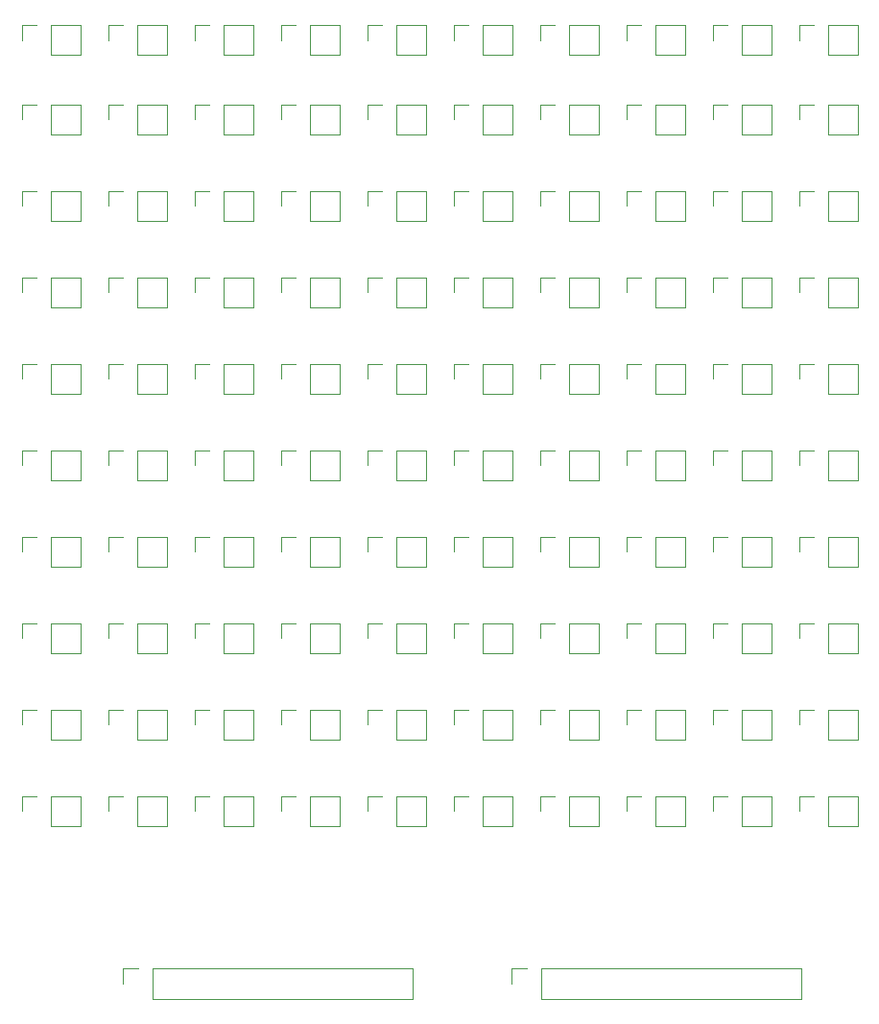
<source format=gbr>
%TF.GenerationSoftware,KiCad,Pcbnew,6.0.11+dfsg-1*%
%TF.CreationDate,2025-10-30T18:07:19+01:00*%
%TF.ProjectId,matrice,6d617472-6963-4652-9e6b-696361645f70,rev?*%
%TF.SameCoordinates,Original*%
%TF.FileFunction,Legend,Top*%
%TF.FilePolarity,Positive*%
%FSLAX46Y46*%
G04 Gerber Fmt 4.6, Leading zero omitted, Abs format (unit mm)*
G04 Created by KiCad (PCBNEW 6.0.11+dfsg-1) date 2025-10-30 18:07:19*
%MOMM*%
%LPD*%
G01*
G04 APERTURE LIST*
%ADD10C,0.120000*%
G04 APERTURE END LIST*
D10*
%TO.C,REF\u002A\u002A*%
X138370000Y-60960000D02*
X138370000Y-59630000D01*
X138370000Y-59630000D02*
X139700000Y-59630000D01*
X143570000Y-62290000D02*
X143570000Y-59630000D01*
X140970000Y-62290000D02*
X140970000Y-59630000D01*
X140970000Y-62290000D02*
X143570000Y-62290000D01*
X140970000Y-59630000D02*
X143570000Y-59630000D01*
X161210000Y-53950000D02*
X161210000Y-52620000D01*
X161210000Y-52620000D02*
X162540000Y-52620000D01*
X166410000Y-55280000D02*
X166410000Y-52620000D01*
X163810000Y-55280000D02*
X163810000Y-52620000D01*
X163810000Y-55280000D02*
X166410000Y-55280000D01*
X163810000Y-52620000D02*
X166410000Y-52620000D01*
X107890000Y-68580000D02*
X107890000Y-67250000D01*
X107890000Y-67250000D02*
X109220000Y-67250000D01*
X113090000Y-69910000D02*
X113090000Y-67250000D01*
X110490000Y-69910000D02*
X110490000Y-67250000D01*
X110490000Y-69910000D02*
X113090000Y-69910000D01*
X110490000Y-67250000D02*
X113090000Y-67250000D01*
X145990000Y-60960000D02*
X145990000Y-59630000D01*
X145990000Y-59630000D02*
X147320000Y-59630000D01*
X151190000Y-62290000D02*
X151190000Y-59630000D01*
X148590000Y-62290000D02*
X148590000Y-59630000D01*
X148590000Y-62290000D02*
X151190000Y-62290000D01*
X148590000Y-59630000D02*
X151190000Y-59630000D01*
X100250000Y-99060000D02*
X100250000Y-97730000D01*
X100250000Y-97730000D02*
X101580000Y-97730000D01*
X105450000Y-100390000D02*
X105450000Y-97730000D01*
X102850000Y-100390000D02*
X102850000Y-97730000D01*
X102850000Y-100390000D02*
X105450000Y-100390000D01*
X102850000Y-97730000D02*
X105450000Y-97730000D01*
X138370000Y-53950000D02*
X138370000Y-52620000D01*
X138370000Y-52620000D02*
X139700000Y-52620000D01*
X143570000Y-55280000D02*
X143570000Y-52620000D01*
X140970000Y-55280000D02*
X140970000Y-52620000D01*
X140970000Y-55280000D02*
X143570000Y-55280000D01*
X140970000Y-52620000D02*
X143570000Y-52620000D01*
X168830000Y-99060000D02*
X168830000Y-97730000D01*
X168830000Y-97730000D02*
X170160000Y-97730000D01*
X174030000Y-100390000D02*
X174030000Y-97730000D01*
X171430000Y-100390000D02*
X171430000Y-97730000D01*
X171430000Y-100390000D02*
X174030000Y-100390000D01*
X171430000Y-97730000D02*
X174030000Y-97730000D01*
X168830000Y-60960000D02*
X168830000Y-59630000D01*
X168830000Y-59630000D02*
X170160000Y-59630000D01*
X174030000Y-62290000D02*
X174030000Y-59630000D01*
X171430000Y-62290000D02*
X171430000Y-59630000D01*
X171430000Y-62290000D02*
X174030000Y-62290000D01*
X171430000Y-59630000D02*
X174030000Y-59630000D01*
X123130000Y-68580000D02*
X123130000Y-67250000D01*
X123130000Y-67250000D02*
X124460000Y-67250000D01*
X128330000Y-69910000D02*
X128330000Y-67250000D01*
X125730000Y-69910000D02*
X125730000Y-67250000D01*
X125730000Y-69910000D02*
X128330000Y-69910000D01*
X125730000Y-67250000D02*
X128330000Y-67250000D01*
X138370000Y-68580000D02*
X138370000Y-67250000D01*
X138370000Y-67250000D02*
X139700000Y-67250000D01*
X143570000Y-69910000D02*
X143570000Y-67250000D01*
X140970000Y-69910000D02*
X140970000Y-67250000D01*
X140970000Y-69910000D02*
X143570000Y-69910000D01*
X140970000Y-67250000D02*
X143570000Y-67250000D01*
X107890000Y-83820000D02*
X107890000Y-82490000D01*
X107890000Y-82490000D02*
X109220000Y-82490000D01*
X113090000Y-85150000D02*
X113090000Y-82490000D01*
X110490000Y-85150000D02*
X110490000Y-82490000D01*
X110490000Y-85150000D02*
X113090000Y-85150000D01*
X110490000Y-82490000D02*
X113090000Y-82490000D01*
X153590000Y-60960000D02*
X153590000Y-59630000D01*
X153590000Y-59630000D02*
X154920000Y-59630000D01*
X158790000Y-62290000D02*
X158790000Y-59630000D01*
X156190000Y-62290000D02*
X156190000Y-59630000D01*
X156190000Y-62290000D02*
X158790000Y-62290000D01*
X156190000Y-59630000D02*
X158790000Y-59630000D01*
X107890000Y-99060000D02*
X107890000Y-97730000D01*
X107890000Y-97730000D02*
X109220000Y-97730000D01*
X113090000Y-100390000D02*
X113090000Y-97730000D01*
X110490000Y-100390000D02*
X110490000Y-97730000D01*
X110490000Y-100390000D02*
X113090000Y-100390000D01*
X110490000Y-97730000D02*
X113090000Y-97730000D01*
X145990000Y-76200000D02*
X145990000Y-74870000D01*
X145990000Y-74870000D02*
X147320000Y-74870000D01*
X151190000Y-77530000D02*
X151190000Y-74870000D01*
X148590000Y-77530000D02*
X148590000Y-74870000D01*
X148590000Y-77530000D02*
X151190000Y-77530000D01*
X148590000Y-74870000D02*
X151190000Y-74870000D01*
X107890000Y-91440000D02*
X107890000Y-90110000D01*
X107890000Y-90110000D02*
X109220000Y-90110000D01*
X113090000Y-92770000D02*
X113090000Y-90110000D01*
X110490000Y-92770000D02*
X110490000Y-90110000D01*
X110490000Y-92770000D02*
X113090000Y-92770000D01*
X110490000Y-90110000D02*
X113090000Y-90110000D01*
X138370000Y-91440000D02*
X138370000Y-90110000D01*
X138370000Y-90110000D02*
X139700000Y-90110000D01*
X143570000Y-92770000D02*
X143570000Y-90110000D01*
X140970000Y-92770000D02*
X140970000Y-90110000D01*
X140970000Y-92770000D02*
X143570000Y-92770000D01*
X140970000Y-90110000D02*
X143570000Y-90110000D01*
X107890000Y-114300000D02*
X107890000Y-112970000D01*
X107890000Y-112970000D02*
X109220000Y-112970000D01*
X113090000Y-115630000D02*
X113090000Y-112970000D01*
X110490000Y-115630000D02*
X110490000Y-112970000D01*
X110490000Y-115630000D02*
X113090000Y-115630000D01*
X110490000Y-112970000D02*
X113090000Y-112970000D01*
X153590000Y-114300000D02*
X153590000Y-112970000D01*
X153590000Y-112970000D02*
X154920000Y-112970000D01*
X158790000Y-115630000D02*
X158790000Y-112970000D01*
X156190000Y-115630000D02*
X156190000Y-112970000D01*
X156190000Y-115630000D02*
X158790000Y-115630000D01*
X156190000Y-112970000D02*
X158790000Y-112970000D01*
X100250000Y-53950000D02*
X100250000Y-52620000D01*
X100250000Y-52620000D02*
X101580000Y-52620000D01*
X105450000Y-55280000D02*
X105450000Y-52620000D01*
X102850000Y-55280000D02*
X102850000Y-52620000D01*
X102850000Y-55280000D02*
X105450000Y-55280000D01*
X102850000Y-52620000D02*
X105450000Y-52620000D01*
X115490000Y-68580000D02*
X115490000Y-67250000D01*
X115490000Y-67250000D02*
X116820000Y-67250000D01*
X120690000Y-69910000D02*
X120690000Y-67250000D01*
X118090000Y-69910000D02*
X118090000Y-67250000D01*
X118090000Y-69910000D02*
X120690000Y-69910000D01*
X118090000Y-67250000D02*
X120690000Y-67250000D01*
X168830000Y-76200000D02*
X168830000Y-74870000D01*
X168830000Y-74870000D02*
X170160000Y-74870000D01*
X174030000Y-77530000D02*
X174030000Y-74870000D01*
X171430000Y-77530000D02*
X171430000Y-74870000D01*
X171430000Y-77530000D02*
X174030000Y-77530000D01*
X171430000Y-74870000D02*
X174030000Y-74870000D01*
X115490000Y-76200000D02*
X115490000Y-74870000D01*
X115490000Y-74870000D02*
X116820000Y-74870000D01*
X120690000Y-77530000D02*
X120690000Y-74870000D01*
X118090000Y-77530000D02*
X118090000Y-74870000D01*
X118090000Y-77530000D02*
X120690000Y-77530000D01*
X118090000Y-74870000D02*
X120690000Y-74870000D01*
X115490000Y-121920000D02*
X115490000Y-120590000D01*
X115490000Y-120590000D02*
X116820000Y-120590000D01*
X120690000Y-123250000D02*
X120690000Y-120590000D01*
X118090000Y-123250000D02*
X118090000Y-120590000D01*
X118090000Y-123250000D02*
X120690000Y-123250000D01*
X118090000Y-120590000D02*
X120690000Y-120590000D01*
X107890000Y-106680000D02*
X107890000Y-105350000D01*
X107890000Y-105350000D02*
X109220000Y-105350000D01*
X113090000Y-108010000D02*
X113090000Y-105350000D01*
X110490000Y-108010000D02*
X110490000Y-105350000D01*
X110490000Y-108010000D02*
X113090000Y-108010000D01*
X110490000Y-105350000D02*
X113090000Y-105350000D01*
X130730000Y-121920000D02*
X130730000Y-120590000D01*
X130730000Y-120590000D02*
X132060000Y-120590000D01*
X135930000Y-123250000D02*
X135930000Y-120590000D01*
X133330000Y-123250000D02*
X133330000Y-120590000D01*
X133330000Y-123250000D02*
X135930000Y-123250000D01*
X133330000Y-120590000D02*
X135930000Y-120590000D01*
X145990000Y-114300000D02*
X145990000Y-112970000D01*
X145990000Y-112970000D02*
X147320000Y-112970000D01*
X151190000Y-115630000D02*
X151190000Y-112970000D01*
X148590000Y-115630000D02*
X148590000Y-112970000D01*
X148590000Y-115630000D02*
X151190000Y-115630000D01*
X148590000Y-112970000D02*
X151190000Y-112970000D01*
X153590000Y-121920000D02*
X153590000Y-120590000D01*
X153590000Y-120590000D02*
X154920000Y-120590000D01*
X158790000Y-123250000D02*
X158790000Y-120590000D01*
X156190000Y-123250000D02*
X156190000Y-120590000D01*
X156190000Y-123250000D02*
X158790000Y-123250000D01*
X156190000Y-120590000D02*
X158790000Y-120590000D01*
X138370000Y-99060000D02*
X138370000Y-97730000D01*
X138370000Y-97730000D02*
X139700000Y-97730000D01*
X143570000Y-100390000D02*
X143570000Y-97730000D01*
X140970000Y-100390000D02*
X140970000Y-97730000D01*
X140970000Y-100390000D02*
X143570000Y-100390000D01*
X140970000Y-97730000D02*
X143570000Y-97730000D01*
X153590000Y-53950000D02*
X153590000Y-52620000D01*
X153590000Y-52620000D02*
X154920000Y-52620000D01*
X158790000Y-55280000D02*
X158790000Y-52620000D01*
X156190000Y-55280000D02*
X156190000Y-52620000D01*
X156190000Y-55280000D02*
X158790000Y-55280000D01*
X156190000Y-52620000D02*
X158790000Y-52620000D01*
X145990000Y-83820000D02*
X145990000Y-82490000D01*
X145990000Y-82490000D02*
X147320000Y-82490000D01*
X151190000Y-85150000D02*
X151190000Y-82490000D01*
X148590000Y-85150000D02*
X148590000Y-82490000D01*
X148590000Y-85150000D02*
X151190000Y-85150000D01*
X148590000Y-82490000D02*
X151190000Y-82490000D01*
X168830000Y-114300000D02*
X168830000Y-112970000D01*
X168830000Y-112970000D02*
X170160000Y-112970000D01*
X174030000Y-115630000D02*
X174030000Y-112970000D01*
X171430000Y-115630000D02*
X171430000Y-112970000D01*
X171430000Y-115630000D02*
X174030000Y-115630000D01*
X171430000Y-112970000D02*
X174030000Y-112970000D01*
X138370000Y-83820000D02*
X138370000Y-82490000D01*
X138370000Y-82490000D02*
X139700000Y-82490000D01*
X143570000Y-85150000D02*
X143570000Y-82490000D01*
X140970000Y-85150000D02*
X140970000Y-82490000D01*
X140970000Y-85150000D02*
X143570000Y-85150000D01*
X140970000Y-82490000D02*
X143570000Y-82490000D01*
X130730000Y-68580000D02*
X130730000Y-67250000D01*
X130730000Y-67250000D02*
X132060000Y-67250000D01*
X135930000Y-69910000D02*
X135930000Y-67250000D01*
X133330000Y-69910000D02*
X133330000Y-67250000D01*
X133330000Y-69910000D02*
X135930000Y-69910000D01*
X133330000Y-67250000D02*
X135930000Y-67250000D01*
X145990000Y-121920000D02*
X145990000Y-120590000D01*
X145990000Y-120590000D02*
X147320000Y-120590000D01*
X151190000Y-123250000D02*
X151190000Y-120590000D01*
X148590000Y-123250000D02*
X148590000Y-120590000D01*
X148590000Y-123250000D02*
X151190000Y-123250000D01*
X148590000Y-120590000D02*
X151190000Y-120590000D01*
X100250000Y-83820000D02*
X100250000Y-82490000D01*
X100250000Y-82490000D02*
X101580000Y-82490000D01*
X105450000Y-85150000D02*
X105450000Y-82490000D01*
X102850000Y-85150000D02*
X102850000Y-82490000D01*
X102850000Y-85150000D02*
X105450000Y-85150000D01*
X102850000Y-82490000D02*
X105450000Y-82490000D01*
X145990000Y-53950000D02*
X145990000Y-52620000D01*
X145990000Y-52620000D02*
X147320000Y-52620000D01*
X151190000Y-55280000D02*
X151190000Y-52620000D01*
X148590000Y-55280000D02*
X148590000Y-52620000D01*
X148590000Y-55280000D02*
X151190000Y-55280000D01*
X148590000Y-52620000D02*
X151190000Y-52620000D01*
X168830000Y-106680000D02*
X168830000Y-105350000D01*
X168830000Y-105350000D02*
X170160000Y-105350000D01*
X174030000Y-108010000D02*
X174030000Y-105350000D01*
X171430000Y-108010000D02*
X171430000Y-105350000D01*
X171430000Y-108010000D02*
X174030000Y-108010000D01*
X171430000Y-105350000D02*
X174030000Y-105350000D01*
X168830000Y-68580000D02*
X168830000Y-67250000D01*
X168830000Y-67250000D02*
X170160000Y-67250000D01*
X174030000Y-69910000D02*
X174030000Y-67250000D01*
X171430000Y-69910000D02*
X171430000Y-67250000D01*
X171430000Y-69910000D02*
X174030000Y-69910000D01*
X171430000Y-67250000D02*
X174030000Y-67250000D01*
X130730000Y-91440000D02*
X130730000Y-90110000D01*
X130730000Y-90110000D02*
X132060000Y-90110000D01*
X135930000Y-92770000D02*
X135930000Y-90110000D01*
X133330000Y-92770000D02*
X133330000Y-90110000D01*
X133330000Y-92770000D02*
X135930000Y-92770000D01*
X133330000Y-90110000D02*
X135930000Y-90110000D01*
X138370000Y-106680000D02*
X138370000Y-105350000D01*
X138370000Y-105350000D02*
X139700000Y-105350000D01*
X143570000Y-108010000D02*
X143570000Y-105350000D01*
X140970000Y-108010000D02*
X140970000Y-105350000D01*
X140970000Y-108010000D02*
X143570000Y-108010000D01*
X140970000Y-105350000D02*
X143570000Y-105350000D01*
X123130000Y-121920000D02*
X123130000Y-120590000D01*
X123130000Y-120590000D02*
X124460000Y-120590000D01*
X128330000Y-123250000D02*
X128330000Y-120590000D01*
X125730000Y-123250000D02*
X125730000Y-120590000D01*
X125730000Y-123250000D02*
X128330000Y-123250000D01*
X125730000Y-120590000D02*
X128330000Y-120590000D01*
X161210000Y-60960000D02*
X161210000Y-59630000D01*
X161210000Y-59630000D02*
X162540000Y-59630000D01*
X166410000Y-62290000D02*
X166410000Y-59630000D01*
X163810000Y-62290000D02*
X163810000Y-59630000D01*
X163810000Y-62290000D02*
X166410000Y-62290000D01*
X163810000Y-59630000D02*
X166410000Y-59630000D01*
X161210000Y-76200000D02*
X161210000Y-74870000D01*
X161210000Y-74870000D02*
X162540000Y-74870000D01*
X166410000Y-77530000D02*
X166410000Y-74870000D01*
X163810000Y-77530000D02*
X163810000Y-74870000D01*
X163810000Y-77530000D02*
X166410000Y-77530000D01*
X163810000Y-74870000D02*
X166410000Y-74870000D01*
X168830000Y-91440000D02*
X168830000Y-90110000D01*
X168830000Y-90110000D02*
X170160000Y-90110000D01*
X174030000Y-92770000D02*
X174030000Y-90110000D01*
X171430000Y-92770000D02*
X171430000Y-90110000D01*
X171430000Y-92770000D02*
X174030000Y-92770000D01*
X171430000Y-90110000D02*
X174030000Y-90110000D01*
X107890000Y-121920000D02*
X107890000Y-120590000D01*
X107890000Y-120590000D02*
X109220000Y-120590000D01*
X113090000Y-123250000D02*
X113090000Y-120590000D01*
X110490000Y-123250000D02*
X110490000Y-120590000D01*
X110490000Y-123250000D02*
X113090000Y-123250000D01*
X110490000Y-120590000D02*
X113090000Y-120590000D01*
X153590000Y-83820000D02*
X153590000Y-82490000D01*
X153590000Y-82490000D02*
X154920000Y-82490000D01*
X158790000Y-85150000D02*
X158790000Y-82490000D01*
X156190000Y-85150000D02*
X156190000Y-82490000D01*
X156190000Y-85150000D02*
X158790000Y-85150000D01*
X156190000Y-82490000D02*
X158790000Y-82490000D01*
X168830000Y-83820000D02*
X168830000Y-82490000D01*
X168830000Y-82490000D02*
X170160000Y-82490000D01*
X174030000Y-85150000D02*
X174030000Y-82490000D01*
X171430000Y-85150000D02*
X171430000Y-82490000D01*
X171430000Y-85150000D02*
X174030000Y-85150000D01*
X171430000Y-82490000D02*
X174030000Y-82490000D01*
X161210000Y-91440000D02*
X161210000Y-90110000D01*
X161210000Y-90110000D02*
X162540000Y-90110000D01*
X166410000Y-92770000D02*
X166410000Y-90110000D01*
X163810000Y-92770000D02*
X163810000Y-90110000D01*
X163810000Y-92770000D02*
X166410000Y-92770000D01*
X163810000Y-90110000D02*
X166410000Y-90110000D01*
X130730000Y-53950000D02*
X130730000Y-52620000D01*
X130730000Y-52620000D02*
X132060000Y-52620000D01*
X135930000Y-55280000D02*
X135930000Y-52620000D01*
X133330000Y-55280000D02*
X133330000Y-52620000D01*
X133330000Y-55280000D02*
X135930000Y-55280000D01*
X133330000Y-52620000D02*
X135930000Y-52620000D01*
X115490000Y-91440000D02*
X115490000Y-90110000D01*
X115490000Y-90110000D02*
X116820000Y-90110000D01*
X120690000Y-92770000D02*
X120690000Y-90110000D01*
X118090000Y-92770000D02*
X118090000Y-90110000D01*
X118090000Y-92770000D02*
X120690000Y-92770000D01*
X118090000Y-90110000D02*
X120690000Y-90110000D01*
X123130000Y-83820000D02*
X123130000Y-82490000D01*
X123130000Y-82490000D02*
X124460000Y-82490000D01*
X128330000Y-85150000D02*
X128330000Y-82490000D01*
X125730000Y-85150000D02*
X125730000Y-82490000D01*
X125730000Y-85150000D02*
X128330000Y-85150000D01*
X125730000Y-82490000D02*
X128330000Y-82490000D01*
X100250000Y-114300000D02*
X100250000Y-112970000D01*
X100250000Y-112970000D02*
X101580000Y-112970000D01*
X105450000Y-115630000D02*
X105450000Y-112970000D01*
X102850000Y-115630000D02*
X102850000Y-112970000D01*
X102850000Y-115630000D02*
X105450000Y-115630000D01*
X102850000Y-112970000D02*
X105450000Y-112970000D01*
X107890000Y-60960000D02*
X107890000Y-59630000D01*
X107890000Y-59630000D02*
X109220000Y-59630000D01*
X113090000Y-62290000D02*
X113090000Y-59630000D01*
X110490000Y-62290000D02*
X110490000Y-59630000D01*
X110490000Y-62290000D02*
X113090000Y-62290000D01*
X110490000Y-59630000D02*
X113090000Y-59630000D01*
X153590000Y-106680000D02*
X153590000Y-105350000D01*
X153590000Y-105350000D02*
X154920000Y-105350000D01*
X158790000Y-108010000D02*
X158790000Y-105350000D01*
X156190000Y-108010000D02*
X156190000Y-105350000D01*
X156190000Y-108010000D02*
X158790000Y-108010000D01*
X156190000Y-105350000D02*
X158790000Y-105350000D01*
X145990000Y-91440000D02*
X145990000Y-90110000D01*
X145990000Y-90110000D02*
X147320000Y-90110000D01*
X151190000Y-92770000D02*
X151190000Y-90110000D01*
X148590000Y-92770000D02*
X148590000Y-90110000D01*
X148590000Y-92770000D02*
X151190000Y-92770000D01*
X148590000Y-90110000D02*
X151190000Y-90110000D01*
X146080000Y-138465000D02*
X169000000Y-138465000D01*
X143480000Y-135805000D02*
X144810000Y-135805000D01*
X143480000Y-137135000D02*
X143480000Y-135805000D01*
X146080000Y-138465000D02*
X146080000Y-135805000D01*
X169000000Y-138465000D02*
X169000000Y-135805000D01*
X146080000Y-135805000D02*
X169000000Y-135805000D01*
X145990000Y-68580000D02*
X145990000Y-67250000D01*
X145990000Y-67250000D02*
X147320000Y-67250000D01*
X151190000Y-69910000D02*
X151190000Y-67250000D01*
X148590000Y-69910000D02*
X148590000Y-67250000D01*
X148590000Y-69910000D02*
X151190000Y-69910000D01*
X148590000Y-67250000D02*
X151190000Y-67250000D01*
X100250000Y-68580000D02*
X100250000Y-67250000D01*
X100250000Y-67250000D02*
X101580000Y-67250000D01*
X105450000Y-69910000D02*
X105450000Y-67250000D01*
X102850000Y-69910000D02*
X102850000Y-67250000D01*
X102850000Y-69910000D02*
X105450000Y-69910000D01*
X102850000Y-67250000D02*
X105450000Y-67250000D01*
X145990000Y-99060000D02*
X145990000Y-97730000D01*
X145990000Y-97730000D02*
X147320000Y-97730000D01*
X151190000Y-100390000D02*
X151190000Y-97730000D01*
X148590000Y-100390000D02*
X148590000Y-97730000D01*
X148590000Y-100390000D02*
X151190000Y-100390000D01*
X148590000Y-97730000D02*
X151190000Y-97730000D01*
X123130000Y-53950000D02*
X123130000Y-52620000D01*
X123130000Y-52620000D02*
X124460000Y-52620000D01*
X128330000Y-55280000D02*
X128330000Y-52620000D01*
X125730000Y-55280000D02*
X125730000Y-52620000D01*
X125730000Y-55280000D02*
X128330000Y-55280000D01*
X125730000Y-52620000D02*
X128330000Y-52620000D01*
X153590000Y-76200000D02*
X153590000Y-74870000D01*
X153590000Y-74870000D02*
X154920000Y-74870000D01*
X158790000Y-77530000D02*
X158790000Y-74870000D01*
X156190000Y-77530000D02*
X156190000Y-74870000D01*
X156190000Y-77530000D02*
X158790000Y-77530000D01*
X156190000Y-74870000D02*
X158790000Y-74870000D01*
X123130000Y-106680000D02*
X123130000Y-105350000D01*
X123130000Y-105350000D02*
X124460000Y-105350000D01*
X128330000Y-108010000D02*
X128330000Y-105350000D01*
X125730000Y-108010000D02*
X125730000Y-105350000D01*
X125730000Y-108010000D02*
X128330000Y-108010000D01*
X125730000Y-105350000D02*
X128330000Y-105350000D01*
X153590000Y-91440000D02*
X153590000Y-90110000D01*
X153590000Y-90110000D02*
X154920000Y-90110000D01*
X158790000Y-92770000D02*
X158790000Y-90110000D01*
X156190000Y-92770000D02*
X156190000Y-90110000D01*
X156190000Y-92770000D02*
X158790000Y-92770000D01*
X156190000Y-90110000D02*
X158790000Y-90110000D01*
X161210000Y-121920000D02*
X161210000Y-120590000D01*
X161210000Y-120590000D02*
X162540000Y-120590000D01*
X166410000Y-123250000D02*
X166410000Y-120590000D01*
X163810000Y-123250000D02*
X163810000Y-120590000D01*
X163810000Y-123250000D02*
X166410000Y-123250000D01*
X163810000Y-120590000D02*
X166410000Y-120590000D01*
X115490000Y-60960000D02*
X115490000Y-59630000D01*
X115490000Y-59630000D02*
X116820000Y-59630000D01*
X120690000Y-62290000D02*
X120690000Y-59630000D01*
X118090000Y-62290000D02*
X118090000Y-59630000D01*
X118090000Y-62290000D02*
X120690000Y-62290000D01*
X118090000Y-59630000D02*
X120690000Y-59630000D01*
X123130000Y-91440000D02*
X123130000Y-90110000D01*
X123130000Y-90110000D02*
X124460000Y-90110000D01*
X128330000Y-92770000D02*
X128330000Y-90110000D01*
X125730000Y-92770000D02*
X125730000Y-90110000D01*
X125730000Y-92770000D02*
X128330000Y-92770000D01*
X125730000Y-90110000D02*
X128330000Y-90110000D01*
X161210000Y-99060000D02*
X161210000Y-97730000D01*
X161210000Y-97730000D02*
X162540000Y-97730000D01*
X166410000Y-100390000D02*
X166410000Y-97730000D01*
X163810000Y-100390000D02*
X163810000Y-97730000D01*
X163810000Y-100390000D02*
X166410000Y-100390000D01*
X163810000Y-97730000D02*
X166410000Y-97730000D01*
X123130000Y-60960000D02*
X123130000Y-59630000D01*
X123130000Y-59630000D02*
X124460000Y-59630000D01*
X128330000Y-62290000D02*
X128330000Y-59630000D01*
X125730000Y-62290000D02*
X125730000Y-59630000D01*
X125730000Y-62290000D02*
X128330000Y-62290000D01*
X125730000Y-59630000D02*
X128330000Y-59630000D01*
X161210000Y-114300000D02*
X161210000Y-112970000D01*
X161210000Y-112970000D02*
X162540000Y-112970000D01*
X166410000Y-115630000D02*
X166410000Y-112970000D01*
X163810000Y-115630000D02*
X163810000Y-112970000D01*
X163810000Y-115630000D02*
X166410000Y-115630000D01*
X163810000Y-112970000D02*
X166410000Y-112970000D01*
X130730000Y-106680000D02*
X130730000Y-105350000D01*
X130730000Y-105350000D02*
X132060000Y-105350000D01*
X135930000Y-108010000D02*
X135930000Y-105350000D01*
X133330000Y-108010000D02*
X133330000Y-105350000D01*
X133330000Y-108010000D02*
X135930000Y-108010000D01*
X133330000Y-105350000D02*
X135930000Y-105350000D01*
X168830000Y-53950000D02*
X168830000Y-52620000D01*
X168830000Y-52620000D02*
X170160000Y-52620000D01*
X174030000Y-55280000D02*
X174030000Y-52620000D01*
X171430000Y-55280000D02*
X171430000Y-52620000D01*
X171430000Y-55280000D02*
X174030000Y-55280000D01*
X171430000Y-52620000D02*
X174030000Y-52620000D01*
X100250000Y-106680000D02*
X100250000Y-105350000D01*
X100250000Y-105350000D02*
X101580000Y-105350000D01*
X105450000Y-108010000D02*
X105450000Y-105350000D01*
X102850000Y-108010000D02*
X102850000Y-105350000D01*
X102850000Y-108010000D02*
X105450000Y-108010000D01*
X102850000Y-105350000D02*
X105450000Y-105350000D01*
X130730000Y-83820000D02*
X130730000Y-82490000D01*
X130730000Y-82490000D02*
X132060000Y-82490000D01*
X135930000Y-85150000D02*
X135930000Y-82490000D01*
X133330000Y-85150000D02*
X133330000Y-82490000D01*
X133330000Y-85150000D02*
X135930000Y-85150000D01*
X133330000Y-82490000D02*
X135930000Y-82490000D01*
X130730000Y-60960000D02*
X130730000Y-59630000D01*
X130730000Y-59630000D02*
X132060000Y-59630000D01*
X135930000Y-62290000D02*
X135930000Y-59630000D01*
X133330000Y-62290000D02*
X133330000Y-59630000D01*
X133330000Y-62290000D02*
X135930000Y-62290000D01*
X133330000Y-59630000D02*
X135930000Y-59630000D01*
X115490000Y-106680000D02*
X115490000Y-105350000D01*
X115490000Y-105350000D02*
X116820000Y-105350000D01*
X120690000Y-108010000D02*
X120690000Y-105350000D01*
X118090000Y-108010000D02*
X118090000Y-105350000D01*
X118090000Y-108010000D02*
X120690000Y-108010000D01*
X118090000Y-105350000D02*
X120690000Y-105350000D01*
X168830000Y-121920000D02*
X168830000Y-120590000D01*
X168830000Y-120590000D02*
X170160000Y-120590000D01*
X174030000Y-123250000D02*
X174030000Y-120590000D01*
X171430000Y-123250000D02*
X171430000Y-120590000D01*
X171430000Y-123250000D02*
X174030000Y-123250000D01*
X171430000Y-120590000D02*
X174030000Y-120590000D01*
X100250000Y-91440000D02*
X100250000Y-90110000D01*
X100250000Y-90110000D02*
X101580000Y-90110000D01*
X105450000Y-92770000D02*
X105450000Y-90110000D01*
X102850000Y-92770000D02*
X102850000Y-90110000D01*
X102850000Y-92770000D02*
X105450000Y-92770000D01*
X102850000Y-90110000D02*
X105450000Y-90110000D01*
X115490000Y-114300000D02*
X115490000Y-112970000D01*
X115490000Y-112970000D02*
X116820000Y-112970000D01*
X120690000Y-115630000D02*
X120690000Y-112970000D01*
X118090000Y-115630000D02*
X118090000Y-112970000D01*
X118090000Y-115630000D02*
X120690000Y-115630000D01*
X118090000Y-112970000D02*
X120690000Y-112970000D01*
X138370000Y-114300000D02*
X138370000Y-112970000D01*
X138370000Y-112970000D02*
X139700000Y-112970000D01*
X143570000Y-115630000D02*
X143570000Y-112970000D01*
X140970000Y-115630000D02*
X140970000Y-112970000D01*
X140970000Y-115630000D02*
X143570000Y-115630000D01*
X140970000Y-112970000D02*
X143570000Y-112970000D01*
X161210000Y-106680000D02*
X161210000Y-105350000D01*
X161210000Y-105350000D02*
X162540000Y-105350000D01*
X166410000Y-108010000D02*
X166410000Y-105350000D01*
X163810000Y-108010000D02*
X163810000Y-105350000D01*
X163810000Y-108010000D02*
X166410000Y-108010000D01*
X163810000Y-105350000D02*
X166410000Y-105350000D01*
X123130000Y-99060000D02*
X123130000Y-97730000D01*
X123130000Y-97730000D02*
X124460000Y-97730000D01*
X128330000Y-100390000D02*
X128330000Y-97730000D01*
X125730000Y-100390000D02*
X125730000Y-97730000D01*
X125730000Y-100390000D02*
X128330000Y-100390000D01*
X125730000Y-97730000D02*
X128330000Y-97730000D01*
X100250000Y-121920000D02*
X100250000Y-120590000D01*
X100250000Y-120590000D02*
X101580000Y-120590000D01*
X105450000Y-123250000D02*
X105450000Y-120590000D01*
X102850000Y-123250000D02*
X102850000Y-120590000D01*
X102850000Y-123250000D02*
X105450000Y-123250000D01*
X102850000Y-120590000D02*
X105450000Y-120590000D01*
X130730000Y-99060000D02*
X130730000Y-97730000D01*
X130730000Y-97730000D02*
X132060000Y-97730000D01*
X135930000Y-100390000D02*
X135930000Y-97730000D01*
X133330000Y-100390000D02*
X133330000Y-97730000D01*
X133330000Y-100390000D02*
X135930000Y-100390000D01*
X133330000Y-97730000D02*
X135930000Y-97730000D01*
X130730000Y-114300000D02*
X130730000Y-112970000D01*
X130730000Y-112970000D02*
X132060000Y-112970000D01*
X135930000Y-115630000D02*
X135930000Y-112970000D01*
X133330000Y-115630000D02*
X133330000Y-112970000D01*
X133330000Y-115630000D02*
X135930000Y-115630000D01*
X133330000Y-112970000D02*
X135930000Y-112970000D01*
X107890000Y-76200000D02*
X107890000Y-74870000D01*
X107890000Y-74870000D02*
X109220000Y-74870000D01*
X113090000Y-77530000D02*
X113090000Y-74870000D01*
X110490000Y-77530000D02*
X110490000Y-74870000D01*
X110490000Y-77530000D02*
X113090000Y-77530000D01*
X110490000Y-74870000D02*
X113090000Y-74870000D01*
X138370000Y-121920000D02*
X138370000Y-120590000D01*
X138370000Y-120590000D02*
X139700000Y-120590000D01*
X143570000Y-123250000D02*
X143570000Y-120590000D01*
X140970000Y-123250000D02*
X140970000Y-120590000D01*
X140970000Y-123250000D02*
X143570000Y-123250000D01*
X140970000Y-120590000D02*
X143570000Y-120590000D01*
X161210000Y-68580000D02*
X161210000Y-67250000D01*
X161210000Y-67250000D02*
X162540000Y-67250000D01*
X166410000Y-69910000D02*
X166410000Y-67250000D01*
X163810000Y-69910000D02*
X163810000Y-67250000D01*
X163810000Y-69910000D02*
X166410000Y-69910000D01*
X163810000Y-67250000D02*
X166410000Y-67250000D01*
X100250000Y-60960000D02*
X100250000Y-59630000D01*
X100250000Y-59630000D02*
X101580000Y-59630000D01*
X105450000Y-62290000D02*
X105450000Y-59630000D01*
X102850000Y-62290000D02*
X102850000Y-59630000D01*
X102850000Y-62290000D02*
X105450000Y-62290000D01*
X102850000Y-59630000D02*
X105450000Y-59630000D01*
X161210000Y-83820000D02*
X161210000Y-82490000D01*
X161210000Y-82490000D02*
X162540000Y-82490000D01*
X166410000Y-85150000D02*
X166410000Y-82490000D01*
X163810000Y-85150000D02*
X163810000Y-82490000D01*
X163810000Y-85150000D02*
X166410000Y-85150000D01*
X163810000Y-82490000D02*
X166410000Y-82490000D01*
X145990000Y-106680000D02*
X145990000Y-105350000D01*
X145990000Y-105350000D02*
X147320000Y-105350000D01*
X151190000Y-108010000D02*
X151190000Y-105350000D01*
X148590000Y-108010000D02*
X148590000Y-105350000D01*
X148590000Y-108010000D02*
X151190000Y-108010000D01*
X148590000Y-105350000D02*
X151190000Y-105350000D01*
X111790000Y-138465000D02*
X134710000Y-138465000D01*
X109190000Y-135805000D02*
X110520000Y-135805000D01*
X109190000Y-137135000D02*
X109190000Y-135805000D01*
X111790000Y-138465000D02*
X111790000Y-135805000D01*
X134710000Y-138465000D02*
X134710000Y-135805000D01*
X111790000Y-135805000D02*
X134710000Y-135805000D01*
X115490000Y-99060000D02*
X115490000Y-97730000D01*
X115490000Y-97730000D02*
X116820000Y-97730000D01*
X120690000Y-100390000D02*
X120690000Y-97730000D01*
X118090000Y-100390000D02*
X118090000Y-97730000D01*
X118090000Y-100390000D02*
X120690000Y-100390000D01*
X118090000Y-97730000D02*
X120690000Y-97730000D01*
X100250000Y-76200000D02*
X100250000Y-74870000D01*
X100250000Y-74870000D02*
X101580000Y-74870000D01*
X105450000Y-77530000D02*
X105450000Y-74870000D01*
X102850000Y-77530000D02*
X102850000Y-74870000D01*
X102850000Y-77530000D02*
X105450000Y-77530000D01*
X102850000Y-74870000D02*
X105450000Y-74870000D01*
X107890000Y-53950000D02*
X107890000Y-52620000D01*
X107890000Y-52620000D02*
X109220000Y-52620000D01*
X113090000Y-55280000D02*
X113090000Y-52620000D01*
X110490000Y-55280000D02*
X110490000Y-52620000D01*
X110490000Y-55280000D02*
X113090000Y-55280000D01*
X110490000Y-52620000D02*
X113090000Y-52620000D01*
X153590000Y-68580000D02*
X153590000Y-67250000D01*
X153590000Y-67250000D02*
X154920000Y-67250000D01*
X158790000Y-69910000D02*
X158790000Y-67250000D01*
X156190000Y-69910000D02*
X156190000Y-67250000D01*
X156190000Y-69910000D02*
X158790000Y-69910000D01*
X156190000Y-67250000D02*
X158790000Y-67250000D01*
X115490000Y-53950000D02*
X115490000Y-52620000D01*
X115490000Y-52620000D02*
X116820000Y-52620000D01*
X120690000Y-55280000D02*
X120690000Y-52620000D01*
X118090000Y-55280000D02*
X118090000Y-52620000D01*
X118090000Y-55280000D02*
X120690000Y-55280000D01*
X118090000Y-52620000D02*
X120690000Y-52620000D01*
X138370000Y-76200000D02*
X138370000Y-74870000D01*
X138370000Y-74870000D02*
X139700000Y-74870000D01*
X143570000Y-77530000D02*
X143570000Y-74870000D01*
X140970000Y-77530000D02*
X140970000Y-74870000D01*
X140970000Y-77530000D02*
X143570000Y-77530000D01*
X140970000Y-74870000D02*
X143570000Y-74870000D01*
X123130000Y-76200000D02*
X123130000Y-74870000D01*
X123130000Y-74870000D02*
X124460000Y-74870000D01*
X128330000Y-77530000D02*
X128330000Y-74870000D01*
X125730000Y-77530000D02*
X125730000Y-74870000D01*
X125730000Y-77530000D02*
X128330000Y-77530000D01*
X125730000Y-74870000D02*
X128330000Y-74870000D01*
X115490000Y-83820000D02*
X115490000Y-82490000D01*
X115490000Y-82490000D02*
X116820000Y-82490000D01*
X120690000Y-85150000D02*
X120690000Y-82490000D01*
X118090000Y-85150000D02*
X118090000Y-82490000D01*
X118090000Y-85150000D02*
X120690000Y-85150000D01*
X118090000Y-82490000D02*
X120690000Y-82490000D01*
X123130000Y-114300000D02*
X123130000Y-112970000D01*
X123130000Y-112970000D02*
X124460000Y-112970000D01*
X128330000Y-115630000D02*
X128330000Y-112970000D01*
X125730000Y-115630000D02*
X125730000Y-112970000D01*
X125730000Y-115630000D02*
X128330000Y-115630000D01*
X125730000Y-112970000D02*
X128330000Y-112970000D01*
X130730000Y-76200000D02*
X130730000Y-74870000D01*
X130730000Y-74870000D02*
X132060000Y-74870000D01*
X135930000Y-77530000D02*
X135930000Y-74870000D01*
X133330000Y-77530000D02*
X133330000Y-74870000D01*
X133330000Y-77530000D02*
X135930000Y-77530000D01*
X133330000Y-74870000D02*
X135930000Y-74870000D01*
X153590000Y-99060000D02*
X153590000Y-97730000D01*
X153590000Y-97730000D02*
X154920000Y-97730000D01*
X158790000Y-100390000D02*
X158790000Y-97730000D01*
X156190000Y-100390000D02*
X156190000Y-97730000D01*
X156190000Y-100390000D02*
X158790000Y-100390000D01*
X156190000Y-97730000D02*
X158790000Y-97730000D01*
%TD*%
M02*

</source>
